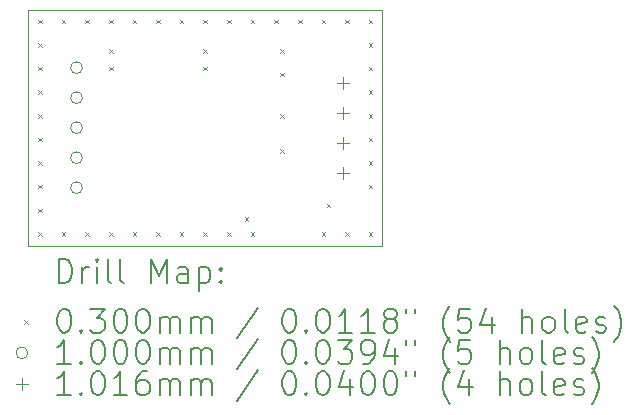
<source format=gbr>
%TF.GenerationSoftware,KiCad,Pcbnew,8.0.7*%
%TF.CreationDate,2025-01-24T14:27:28+01:00*%
%TF.ProjectId,GateDriverControlTransmitter,47617465-4472-4697-9665-72436f6e7472,rev?*%
%TF.SameCoordinates,Original*%
%TF.FileFunction,Drillmap*%
%TF.FilePolarity,Positive*%
%FSLAX45Y45*%
G04 Gerber Fmt 4.5, Leading zero omitted, Abs format (unit mm)*
G04 Created by KiCad (PCBNEW 8.0.7) date 2025-01-24 14:27:28*
%MOMM*%
%LPD*%
G01*
G04 APERTURE LIST*
%ADD10C,0.050000*%
%ADD11C,0.200000*%
%ADD12C,0.100000*%
%ADD13C,0.101600*%
G04 APERTURE END LIST*
D10*
X12100000Y-10001000D02*
X15100000Y-10001000D01*
X15100000Y-12001000D01*
X12100000Y-12001000D01*
X12100000Y-10001000D01*
D11*
D12*
X12185000Y-10085000D02*
X12215000Y-10115000D01*
X12215000Y-10085000D02*
X12185000Y-10115000D01*
X12185000Y-10285000D02*
X12215000Y-10315000D01*
X12215000Y-10285000D02*
X12185000Y-10315000D01*
X12185000Y-10485000D02*
X12215000Y-10515000D01*
X12215000Y-10485000D02*
X12185000Y-10515000D01*
X12185000Y-10685000D02*
X12215000Y-10715000D01*
X12215000Y-10685000D02*
X12185000Y-10715000D01*
X12185000Y-10885000D02*
X12215000Y-10915000D01*
X12215000Y-10885000D02*
X12185000Y-10915000D01*
X12185000Y-11085000D02*
X12215000Y-11115000D01*
X12215000Y-11085000D02*
X12185000Y-11115000D01*
X12185000Y-11285000D02*
X12215000Y-11315000D01*
X12215000Y-11285000D02*
X12185000Y-11315000D01*
X12185000Y-11485000D02*
X12215000Y-11515000D01*
X12215000Y-11485000D02*
X12185000Y-11515000D01*
X12185000Y-11685000D02*
X12215000Y-11715000D01*
X12215000Y-11685000D02*
X12185000Y-11715000D01*
X12185000Y-11885000D02*
X12215000Y-11915000D01*
X12215000Y-11885000D02*
X12185000Y-11915000D01*
X12385000Y-10085000D02*
X12415000Y-10115000D01*
X12415000Y-10085000D02*
X12385000Y-10115000D01*
X12385000Y-11885000D02*
X12415000Y-11915000D01*
X12415000Y-11885000D02*
X12385000Y-11915000D01*
X12585000Y-10085000D02*
X12615000Y-10115000D01*
X12615000Y-10085000D02*
X12585000Y-10115000D01*
X12585000Y-11885000D02*
X12615000Y-11915000D01*
X12615000Y-11885000D02*
X12585000Y-11915000D01*
X12785000Y-10085000D02*
X12815000Y-10115000D01*
X12815000Y-10085000D02*
X12785000Y-10115000D01*
X12785000Y-10335000D02*
X12815000Y-10365000D01*
X12815000Y-10335000D02*
X12785000Y-10365000D01*
X12785000Y-10485000D02*
X12815000Y-10515000D01*
X12815000Y-10485000D02*
X12785000Y-10515000D01*
X12785000Y-11885000D02*
X12815000Y-11915000D01*
X12815000Y-11885000D02*
X12785000Y-11915000D01*
X12985000Y-10085000D02*
X13015000Y-10115000D01*
X13015000Y-10085000D02*
X12985000Y-10115000D01*
X12985000Y-11885000D02*
X13015000Y-11915000D01*
X13015000Y-11885000D02*
X12985000Y-11915000D01*
X13185000Y-10085000D02*
X13215000Y-10115000D01*
X13215000Y-10085000D02*
X13185000Y-10115000D01*
X13185000Y-11885000D02*
X13215000Y-11915000D01*
X13215000Y-11885000D02*
X13185000Y-11915000D01*
X13385000Y-10085000D02*
X13415000Y-10115000D01*
X13415000Y-10085000D02*
X13385000Y-10115000D01*
X13385000Y-11885000D02*
X13415000Y-11915000D01*
X13415000Y-11885000D02*
X13385000Y-11915000D01*
X13585000Y-10085000D02*
X13615000Y-10115000D01*
X13615000Y-10085000D02*
X13585000Y-10115000D01*
X13585000Y-10335000D02*
X13615000Y-10365000D01*
X13615000Y-10335000D02*
X13585000Y-10365000D01*
X13585000Y-10485000D02*
X13615000Y-10515000D01*
X13615000Y-10485000D02*
X13585000Y-10515000D01*
X13585000Y-11885000D02*
X13615000Y-11915000D01*
X13615000Y-11885000D02*
X13585000Y-11915000D01*
X13785000Y-10085000D02*
X13815000Y-10115000D01*
X13815000Y-10085000D02*
X13785000Y-10115000D01*
X13785000Y-11885000D02*
X13815000Y-11915000D01*
X13815000Y-11885000D02*
X13785000Y-11915000D01*
X13935000Y-11758000D02*
X13965000Y-11788000D01*
X13965000Y-11758000D02*
X13935000Y-11788000D01*
X13985000Y-10085000D02*
X14015000Y-10115000D01*
X14015000Y-10085000D02*
X13985000Y-10115000D01*
X13985000Y-11885000D02*
X14015000Y-11915000D01*
X14015000Y-11885000D02*
X13985000Y-11915000D01*
X14185000Y-10085000D02*
X14215000Y-10115000D01*
X14215000Y-10085000D02*
X14185000Y-10115000D01*
X14235000Y-10335000D02*
X14265000Y-10365000D01*
X14265000Y-10335000D02*
X14235000Y-10365000D01*
X14235000Y-10535000D02*
X14265000Y-10565000D01*
X14265000Y-10535000D02*
X14235000Y-10565000D01*
X14235000Y-10885000D02*
X14265000Y-10915000D01*
X14265000Y-10885000D02*
X14235000Y-10915000D01*
X14235000Y-11185000D02*
X14265000Y-11215000D01*
X14265000Y-11185000D02*
X14235000Y-11215000D01*
X14385000Y-10085000D02*
X14415000Y-10115000D01*
X14415000Y-10085000D02*
X14385000Y-10115000D01*
X14585000Y-10085000D02*
X14615000Y-10115000D01*
X14615000Y-10085000D02*
X14585000Y-10115000D01*
X14585000Y-11885000D02*
X14615000Y-11915000D01*
X14615000Y-11885000D02*
X14585000Y-11915000D01*
X14630000Y-11645000D02*
X14660000Y-11675000D01*
X14660000Y-11645000D02*
X14630000Y-11675000D01*
X14785000Y-10085000D02*
X14815000Y-10115000D01*
X14815000Y-10085000D02*
X14785000Y-10115000D01*
X14785000Y-11885000D02*
X14815000Y-11915000D01*
X14815000Y-11885000D02*
X14785000Y-11915000D01*
X14985000Y-10085000D02*
X15015000Y-10115000D01*
X15015000Y-10085000D02*
X14985000Y-10115000D01*
X14985000Y-10285000D02*
X15015000Y-10315000D01*
X15015000Y-10285000D02*
X14985000Y-10315000D01*
X14985000Y-10485000D02*
X15015000Y-10515000D01*
X15015000Y-10485000D02*
X14985000Y-10515000D01*
X14985000Y-10685000D02*
X15015000Y-10715000D01*
X15015000Y-10685000D02*
X14985000Y-10715000D01*
X14985000Y-10885000D02*
X15015000Y-10915000D01*
X15015000Y-10885000D02*
X14985000Y-10915000D01*
X14985000Y-11085000D02*
X15015000Y-11115000D01*
X15015000Y-11085000D02*
X14985000Y-11115000D01*
X14985000Y-11285000D02*
X15015000Y-11315000D01*
X15015000Y-11285000D02*
X14985000Y-11315000D01*
X14985000Y-11485000D02*
X15015000Y-11515000D01*
X15015000Y-11485000D02*
X14985000Y-11515000D01*
X14985000Y-11885000D02*
X15015000Y-11915000D01*
X15015000Y-11885000D02*
X14985000Y-11915000D01*
X14985000Y-11885000D02*
X15015000Y-11915000D01*
X15015000Y-11885000D02*
X14985000Y-11915000D01*
X12560000Y-10491500D02*
G75*
G02*
X12460000Y-10491500I-50000J0D01*
G01*
X12460000Y-10491500D02*
G75*
G02*
X12560000Y-10491500I50000J0D01*
G01*
X12560000Y-10745500D02*
G75*
G02*
X12460000Y-10745500I-50000J0D01*
G01*
X12460000Y-10745500D02*
G75*
G02*
X12560000Y-10745500I50000J0D01*
G01*
X12560000Y-10999500D02*
G75*
G02*
X12460000Y-10999500I-50000J0D01*
G01*
X12460000Y-10999500D02*
G75*
G02*
X12560000Y-10999500I50000J0D01*
G01*
X12560000Y-11253500D02*
G75*
G02*
X12460000Y-11253500I-50000J0D01*
G01*
X12460000Y-11253500D02*
G75*
G02*
X12560000Y-11253500I50000J0D01*
G01*
X12560000Y-11507500D02*
G75*
G02*
X12460000Y-11507500I-50000J0D01*
G01*
X12460000Y-11507500D02*
G75*
G02*
X12560000Y-11507500I50000J0D01*
G01*
D13*
X14770000Y-10570200D02*
X14770000Y-10671800D01*
X14719200Y-10621000D02*
X14820800Y-10621000D01*
X14770000Y-10824200D02*
X14770000Y-10925800D01*
X14719200Y-10875000D02*
X14820800Y-10875000D01*
X14770000Y-11078200D02*
X14770000Y-11179800D01*
X14719200Y-11129000D02*
X14820800Y-11129000D01*
X14770000Y-11332200D02*
X14770000Y-11433800D01*
X14719200Y-11383000D02*
X14820800Y-11383000D01*
D11*
X12358277Y-12314984D02*
X12358277Y-12114984D01*
X12358277Y-12114984D02*
X12405896Y-12114984D01*
X12405896Y-12114984D02*
X12434467Y-12124508D01*
X12434467Y-12124508D02*
X12453515Y-12143555D01*
X12453515Y-12143555D02*
X12463039Y-12162603D01*
X12463039Y-12162603D02*
X12472562Y-12200698D01*
X12472562Y-12200698D02*
X12472562Y-12229269D01*
X12472562Y-12229269D02*
X12463039Y-12267365D01*
X12463039Y-12267365D02*
X12453515Y-12286412D01*
X12453515Y-12286412D02*
X12434467Y-12305460D01*
X12434467Y-12305460D02*
X12405896Y-12314984D01*
X12405896Y-12314984D02*
X12358277Y-12314984D01*
X12558277Y-12314984D02*
X12558277Y-12181650D01*
X12558277Y-12219746D02*
X12567801Y-12200698D01*
X12567801Y-12200698D02*
X12577324Y-12191174D01*
X12577324Y-12191174D02*
X12596372Y-12181650D01*
X12596372Y-12181650D02*
X12615420Y-12181650D01*
X12682086Y-12314984D02*
X12682086Y-12181650D01*
X12682086Y-12114984D02*
X12672562Y-12124508D01*
X12672562Y-12124508D02*
X12682086Y-12134031D01*
X12682086Y-12134031D02*
X12691610Y-12124508D01*
X12691610Y-12124508D02*
X12682086Y-12114984D01*
X12682086Y-12114984D02*
X12682086Y-12134031D01*
X12805896Y-12314984D02*
X12786848Y-12305460D01*
X12786848Y-12305460D02*
X12777324Y-12286412D01*
X12777324Y-12286412D02*
X12777324Y-12114984D01*
X12910658Y-12314984D02*
X12891610Y-12305460D01*
X12891610Y-12305460D02*
X12882086Y-12286412D01*
X12882086Y-12286412D02*
X12882086Y-12114984D01*
X13139229Y-12314984D02*
X13139229Y-12114984D01*
X13139229Y-12114984D02*
X13205896Y-12257841D01*
X13205896Y-12257841D02*
X13272562Y-12114984D01*
X13272562Y-12114984D02*
X13272562Y-12314984D01*
X13453515Y-12314984D02*
X13453515Y-12210222D01*
X13453515Y-12210222D02*
X13443991Y-12191174D01*
X13443991Y-12191174D02*
X13424943Y-12181650D01*
X13424943Y-12181650D02*
X13386848Y-12181650D01*
X13386848Y-12181650D02*
X13367801Y-12191174D01*
X13453515Y-12305460D02*
X13434467Y-12314984D01*
X13434467Y-12314984D02*
X13386848Y-12314984D01*
X13386848Y-12314984D02*
X13367801Y-12305460D01*
X13367801Y-12305460D02*
X13358277Y-12286412D01*
X13358277Y-12286412D02*
X13358277Y-12267365D01*
X13358277Y-12267365D02*
X13367801Y-12248317D01*
X13367801Y-12248317D02*
X13386848Y-12238793D01*
X13386848Y-12238793D02*
X13434467Y-12238793D01*
X13434467Y-12238793D02*
X13453515Y-12229269D01*
X13548753Y-12181650D02*
X13548753Y-12381650D01*
X13548753Y-12191174D02*
X13567801Y-12181650D01*
X13567801Y-12181650D02*
X13605896Y-12181650D01*
X13605896Y-12181650D02*
X13624943Y-12191174D01*
X13624943Y-12191174D02*
X13634467Y-12200698D01*
X13634467Y-12200698D02*
X13643991Y-12219746D01*
X13643991Y-12219746D02*
X13643991Y-12276888D01*
X13643991Y-12276888D02*
X13634467Y-12295936D01*
X13634467Y-12295936D02*
X13624943Y-12305460D01*
X13624943Y-12305460D02*
X13605896Y-12314984D01*
X13605896Y-12314984D02*
X13567801Y-12314984D01*
X13567801Y-12314984D02*
X13548753Y-12305460D01*
X13729705Y-12295936D02*
X13739229Y-12305460D01*
X13739229Y-12305460D02*
X13729705Y-12314984D01*
X13729705Y-12314984D02*
X13720182Y-12305460D01*
X13720182Y-12305460D02*
X13729705Y-12295936D01*
X13729705Y-12295936D02*
X13729705Y-12314984D01*
X13729705Y-12191174D02*
X13739229Y-12200698D01*
X13739229Y-12200698D02*
X13729705Y-12210222D01*
X13729705Y-12210222D02*
X13720182Y-12200698D01*
X13720182Y-12200698D02*
X13729705Y-12191174D01*
X13729705Y-12191174D02*
X13729705Y-12210222D01*
D12*
X12067500Y-12628500D02*
X12097500Y-12658500D01*
X12097500Y-12628500D02*
X12067500Y-12658500D01*
D11*
X12396372Y-12534984D02*
X12415420Y-12534984D01*
X12415420Y-12534984D02*
X12434467Y-12544508D01*
X12434467Y-12544508D02*
X12443991Y-12554031D01*
X12443991Y-12554031D02*
X12453515Y-12573079D01*
X12453515Y-12573079D02*
X12463039Y-12611174D01*
X12463039Y-12611174D02*
X12463039Y-12658793D01*
X12463039Y-12658793D02*
X12453515Y-12696888D01*
X12453515Y-12696888D02*
X12443991Y-12715936D01*
X12443991Y-12715936D02*
X12434467Y-12725460D01*
X12434467Y-12725460D02*
X12415420Y-12734984D01*
X12415420Y-12734984D02*
X12396372Y-12734984D01*
X12396372Y-12734984D02*
X12377324Y-12725460D01*
X12377324Y-12725460D02*
X12367801Y-12715936D01*
X12367801Y-12715936D02*
X12358277Y-12696888D01*
X12358277Y-12696888D02*
X12348753Y-12658793D01*
X12348753Y-12658793D02*
X12348753Y-12611174D01*
X12348753Y-12611174D02*
X12358277Y-12573079D01*
X12358277Y-12573079D02*
X12367801Y-12554031D01*
X12367801Y-12554031D02*
X12377324Y-12544508D01*
X12377324Y-12544508D02*
X12396372Y-12534984D01*
X12548753Y-12715936D02*
X12558277Y-12725460D01*
X12558277Y-12725460D02*
X12548753Y-12734984D01*
X12548753Y-12734984D02*
X12539229Y-12725460D01*
X12539229Y-12725460D02*
X12548753Y-12715936D01*
X12548753Y-12715936D02*
X12548753Y-12734984D01*
X12624943Y-12534984D02*
X12748753Y-12534984D01*
X12748753Y-12534984D02*
X12682086Y-12611174D01*
X12682086Y-12611174D02*
X12710658Y-12611174D01*
X12710658Y-12611174D02*
X12729705Y-12620698D01*
X12729705Y-12620698D02*
X12739229Y-12630222D01*
X12739229Y-12630222D02*
X12748753Y-12649269D01*
X12748753Y-12649269D02*
X12748753Y-12696888D01*
X12748753Y-12696888D02*
X12739229Y-12715936D01*
X12739229Y-12715936D02*
X12729705Y-12725460D01*
X12729705Y-12725460D02*
X12710658Y-12734984D01*
X12710658Y-12734984D02*
X12653515Y-12734984D01*
X12653515Y-12734984D02*
X12634467Y-12725460D01*
X12634467Y-12725460D02*
X12624943Y-12715936D01*
X12872562Y-12534984D02*
X12891610Y-12534984D01*
X12891610Y-12534984D02*
X12910658Y-12544508D01*
X12910658Y-12544508D02*
X12920182Y-12554031D01*
X12920182Y-12554031D02*
X12929705Y-12573079D01*
X12929705Y-12573079D02*
X12939229Y-12611174D01*
X12939229Y-12611174D02*
X12939229Y-12658793D01*
X12939229Y-12658793D02*
X12929705Y-12696888D01*
X12929705Y-12696888D02*
X12920182Y-12715936D01*
X12920182Y-12715936D02*
X12910658Y-12725460D01*
X12910658Y-12725460D02*
X12891610Y-12734984D01*
X12891610Y-12734984D02*
X12872562Y-12734984D01*
X12872562Y-12734984D02*
X12853515Y-12725460D01*
X12853515Y-12725460D02*
X12843991Y-12715936D01*
X12843991Y-12715936D02*
X12834467Y-12696888D01*
X12834467Y-12696888D02*
X12824943Y-12658793D01*
X12824943Y-12658793D02*
X12824943Y-12611174D01*
X12824943Y-12611174D02*
X12834467Y-12573079D01*
X12834467Y-12573079D02*
X12843991Y-12554031D01*
X12843991Y-12554031D02*
X12853515Y-12544508D01*
X12853515Y-12544508D02*
X12872562Y-12534984D01*
X13063039Y-12534984D02*
X13082086Y-12534984D01*
X13082086Y-12534984D02*
X13101134Y-12544508D01*
X13101134Y-12544508D02*
X13110658Y-12554031D01*
X13110658Y-12554031D02*
X13120182Y-12573079D01*
X13120182Y-12573079D02*
X13129705Y-12611174D01*
X13129705Y-12611174D02*
X13129705Y-12658793D01*
X13129705Y-12658793D02*
X13120182Y-12696888D01*
X13120182Y-12696888D02*
X13110658Y-12715936D01*
X13110658Y-12715936D02*
X13101134Y-12725460D01*
X13101134Y-12725460D02*
X13082086Y-12734984D01*
X13082086Y-12734984D02*
X13063039Y-12734984D01*
X13063039Y-12734984D02*
X13043991Y-12725460D01*
X13043991Y-12725460D02*
X13034467Y-12715936D01*
X13034467Y-12715936D02*
X13024943Y-12696888D01*
X13024943Y-12696888D02*
X13015420Y-12658793D01*
X13015420Y-12658793D02*
X13015420Y-12611174D01*
X13015420Y-12611174D02*
X13024943Y-12573079D01*
X13024943Y-12573079D02*
X13034467Y-12554031D01*
X13034467Y-12554031D02*
X13043991Y-12544508D01*
X13043991Y-12544508D02*
X13063039Y-12534984D01*
X13215420Y-12734984D02*
X13215420Y-12601650D01*
X13215420Y-12620698D02*
X13224943Y-12611174D01*
X13224943Y-12611174D02*
X13243991Y-12601650D01*
X13243991Y-12601650D02*
X13272563Y-12601650D01*
X13272563Y-12601650D02*
X13291610Y-12611174D01*
X13291610Y-12611174D02*
X13301134Y-12630222D01*
X13301134Y-12630222D02*
X13301134Y-12734984D01*
X13301134Y-12630222D02*
X13310658Y-12611174D01*
X13310658Y-12611174D02*
X13329705Y-12601650D01*
X13329705Y-12601650D02*
X13358277Y-12601650D01*
X13358277Y-12601650D02*
X13377324Y-12611174D01*
X13377324Y-12611174D02*
X13386848Y-12630222D01*
X13386848Y-12630222D02*
X13386848Y-12734984D01*
X13482086Y-12734984D02*
X13482086Y-12601650D01*
X13482086Y-12620698D02*
X13491610Y-12611174D01*
X13491610Y-12611174D02*
X13510658Y-12601650D01*
X13510658Y-12601650D02*
X13539229Y-12601650D01*
X13539229Y-12601650D02*
X13558277Y-12611174D01*
X13558277Y-12611174D02*
X13567801Y-12630222D01*
X13567801Y-12630222D02*
X13567801Y-12734984D01*
X13567801Y-12630222D02*
X13577324Y-12611174D01*
X13577324Y-12611174D02*
X13596372Y-12601650D01*
X13596372Y-12601650D02*
X13624943Y-12601650D01*
X13624943Y-12601650D02*
X13643991Y-12611174D01*
X13643991Y-12611174D02*
X13653515Y-12630222D01*
X13653515Y-12630222D02*
X13653515Y-12734984D01*
X14043991Y-12525460D02*
X13872563Y-12782603D01*
X14301134Y-12534984D02*
X14320182Y-12534984D01*
X14320182Y-12534984D02*
X14339229Y-12544508D01*
X14339229Y-12544508D02*
X14348753Y-12554031D01*
X14348753Y-12554031D02*
X14358277Y-12573079D01*
X14358277Y-12573079D02*
X14367801Y-12611174D01*
X14367801Y-12611174D02*
X14367801Y-12658793D01*
X14367801Y-12658793D02*
X14358277Y-12696888D01*
X14358277Y-12696888D02*
X14348753Y-12715936D01*
X14348753Y-12715936D02*
X14339229Y-12725460D01*
X14339229Y-12725460D02*
X14320182Y-12734984D01*
X14320182Y-12734984D02*
X14301134Y-12734984D01*
X14301134Y-12734984D02*
X14282086Y-12725460D01*
X14282086Y-12725460D02*
X14272563Y-12715936D01*
X14272563Y-12715936D02*
X14263039Y-12696888D01*
X14263039Y-12696888D02*
X14253515Y-12658793D01*
X14253515Y-12658793D02*
X14253515Y-12611174D01*
X14253515Y-12611174D02*
X14263039Y-12573079D01*
X14263039Y-12573079D02*
X14272563Y-12554031D01*
X14272563Y-12554031D02*
X14282086Y-12544508D01*
X14282086Y-12544508D02*
X14301134Y-12534984D01*
X14453515Y-12715936D02*
X14463039Y-12725460D01*
X14463039Y-12725460D02*
X14453515Y-12734984D01*
X14453515Y-12734984D02*
X14443991Y-12725460D01*
X14443991Y-12725460D02*
X14453515Y-12715936D01*
X14453515Y-12715936D02*
X14453515Y-12734984D01*
X14586848Y-12534984D02*
X14605896Y-12534984D01*
X14605896Y-12534984D02*
X14624944Y-12544508D01*
X14624944Y-12544508D02*
X14634467Y-12554031D01*
X14634467Y-12554031D02*
X14643991Y-12573079D01*
X14643991Y-12573079D02*
X14653515Y-12611174D01*
X14653515Y-12611174D02*
X14653515Y-12658793D01*
X14653515Y-12658793D02*
X14643991Y-12696888D01*
X14643991Y-12696888D02*
X14634467Y-12715936D01*
X14634467Y-12715936D02*
X14624944Y-12725460D01*
X14624944Y-12725460D02*
X14605896Y-12734984D01*
X14605896Y-12734984D02*
X14586848Y-12734984D01*
X14586848Y-12734984D02*
X14567801Y-12725460D01*
X14567801Y-12725460D02*
X14558277Y-12715936D01*
X14558277Y-12715936D02*
X14548753Y-12696888D01*
X14548753Y-12696888D02*
X14539229Y-12658793D01*
X14539229Y-12658793D02*
X14539229Y-12611174D01*
X14539229Y-12611174D02*
X14548753Y-12573079D01*
X14548753Y-12573079D02*
X14558277Y-12554031D01*
X14558277Y-12554031D02*
X14567801Y-12544508D01*
X14567801Y-12544508D02*
X14586848Y-12534984D01*
X14843991Y-12734984D02*
X14729706Y-12734984D01*
X14786848Y-12734984D02*
X14786848Y-12534984D01*
X14786848Y-12534984D02*
X14767801Y-12563555D01*
X14767801Y-12563555D02*
X14748753Y-12582603D01*
X14748753Y-12582603D02*
X14729706Y-12592127D01*
X15034467Y-12734984D02*
X14920182Y-12734984D01*
X14977325Y-12734984D02*
X14977325Y-12534984D01*
X14977325Y-12534984D02*
X14958277Y-12563555D01*
X14958277Y-12563555D02*
X14939229Y-12582603D01*
X14939229Y-12582603D02*
X14920182Y-12592127D01*
X15148753Y-12620698D02*
X15129706Y-12611174D01*
X15129706Y-12611174D02*
X15120182Y-12601650D01*
X15120182Y-12601650D02*
X15110658Y-12582603D01*
X15110658Y-12582603D02*
X15110658Y-12573079D01*
X15110658Y-12573079D02*
X15120182Y-12554031D01*
X15120182Y-12554031D02*
X15129706Y-12544508D01*
X15129706Y-12544508D02*
X15148753Y-12534984D01*
X15148753Y-12534984D02*
X15186848Y-12534984D01*
X15186848Y-12534984D02*
X15205896Y-12544508D01*
X15205896Y-12544508D02*
X15215420Y-12554031D01*
X15215420Y-12554031D02*
X15224944Y-12573079D01*
X15224944Y-12573079D02*
X15224944Y-12582603D01*
X15224944Y-12582603D02*
X15215420Y-12601650D01*
X15215420Y-12601650D02*
X15205896Y-12611174D01*
X15205896Y-12611174D02*
X15186848Y-12620698D01*
X15186848Y-12620698D02*
X15148753Y-12620698D01*
X15148753Y-12620698D02*
X15129706Y-12630222D01*
X15129706Y-12630222D02*
X15120182Y-12639746D01*
X15120182Y-12639746D02*
X15110658Y-12658793D01*
X15110658Y-12658793D02*
X15110658Y-12696888D01*
X15110658Y-12696888D02*
X15120182Y-12715936D01*
X15120182Y-12715936D02*
X15129706Y-12725460D01*
X15129706Y-12725460D02*
X15148753Y-12734984D01*
X15148753Y-12734984D02*
X15186848Y-12734984D01*
X15186848Y-12734984D02*
X15205896Y-12725460D01*
X15205896Y-12725460D02*
X15215420Y-12715936D01*
X15215420Y-12715936D02*
X15224944Y-12696888D01*
X15224944Y-12696888D02*
X15224944Y-12658793D01*
X15224944Y-12658793D02*
X15215420Y-12639746D01*
X15215420Y-12639746D02*
X15205896Y-12630222D01*
X15205896Y-12630222D02*
X15186848Y-12620698D01*
X15301134Y-12534984D02*
X15301134Y-12573079D01*
X15377325Y-12534984D02*
X15377325Y-12573079D01*
X15672563Y-12811174D02*
X15663039Y-12801650D01*
X15663039Y-12801650D02*
X15643991Y-12773079D01*
X15643991Y-12773079D02*
X15634468Y-12754031D01*
X15634468Y-12754031D02*
X15624944Y-12725460D01*
X15624944Y-12725460D02*
X15615420Y-12677841D01*
X15615420Y-12677841D02*
X15615420Y-12639746D01*
X15615420Y-12639746D02*
X15624944Y-12592127D01*
X15624944Y-12592127D02*
X15634468Y-12563555D01*
X15634468Y-12563555D02*
X15643991Y-12544508D01*
X15643991Y-12544508D02*
X15663039Y-12515936D01*
X15663039Y-12515936D02*
X15672563Y-12506412D01*
X15843991Y-12534984D02*
X15748753Y-12534984D01*
X15748753Y-12534984D02*
X15739229Y-12630222D01*
X15739229Y-12630222D02*
X15748753Y-12620698D01*
X15748753Y-12620698D02*
X15767801Y-12611174D01*
X15767801Y-12611174D02*
X15815420Y-12611174D01*
X15815420Y-12611174D02*
X15834468Y-12620698D01*
X15834468Y-12620698D02*
X15843991Y-12630222D01*
X15843991Y-12630222D02*
X15853515Y-12649269D01*
X15853515Y-12649269D02*
X15853515Y-12696888D01*
X15853515Y-12696888D02*
X15843991Y-12715936D01*
X15843991Y-12715936D02*
X15834468Y-12725460D01*
X15834468Y-12725460D02*
X15815420Y-12734984D01*
X15815420Y-12734984D02*
X15767801Y-12734984D01*
X15767801Y-12734984D02*
X15748753Y-12725460D01*
X15748753Y-12725460D02*
X15739229Y-12715936D01*
X16024944Y-12601650D02*
X16024944Y-12734984D01*
X15977325Y-12525460D02*
X15929706Y-12668317D01*
X15929706Y-12668317D02*
X16053515Y-12668317D01*
X16282087Y-12734984D02*
X16282087Y-12534984D01*
X16367801Y-12734984D02*
X16367801Y-12630222D01*
X16367801Y-12630222D02*
X16358277Y-12611174D01*
X16358277Y-12611174D02*
X16339230Y-12601650D01*
X16339230Y-12601650D02*
X16310658Y-12601650D01*
X16310658Y-12601650D02*
X16291610Y-12611174D01*
X16291610Y-12611174D02*
X16282087Y-12620698D01*
X16491610Y-12734984D02*
X16472563Y-12725460D01*
X16472563Y-12725460D02*
X16463039Y-12715936D01*
X16463039Y-12715936D02*
X16453515Y-12696888D01*
X16453515Y-12696888D02*
X16453515Y-12639746D01*
X16453515Y-12639746D02*
X16463039Y-12620698D01*
X16463039Y-12620698D02*
X16472563Y-12611174D01*
X16472563Y-12611174D02*
X16491610Y-12601650D01*
X16491610Y-12601650D02*
X16520182Y-12601650D01*
X16520182Y-12601650D02*
X16539230Y-12611174D01*
X16539230Y-12611174D02*
X16548753Y-12620698D01*
X16548753Y-12620698D02*
X16558277Y-12639746D01*
X16558277Y-12639746D02*
X16558277Y-12696888D01*
X16558277Y-12696888D02*
X16548753Y-12715936D01*
X16548753Y-12715936D02*
X16539230Y-12725460D01*
X16539230Y-12725460D02*
X16520182Y-12734984D01*
X16520182Y-12734984D02*
X16491610Y-12734984D01*
X16672563Y-12734984D02*
X16653515Y-12725460D01*
X16653515Y-12725460D02*
X16643991Y-12706412D01*
X16643991Y-12706412D02*
X16643991Y-12534984D01*
X16824944Y-12725460D02*
X16805896Y-12734984D01*
X16805896Y-12734984D02*
X16767801Y-12734984D01*
X16767801Y-12734984D02*
X16748753Y-12725460D01*
X16748753Y-12725460D02*
X16739230Y-12706412D01*
X16739230Y-12706412D02*
X16739230Y-12630222D01*
X16739230Y-12630222D02*
X16748753Y-12611174D01*
X16748753Y-12611174D02*
X16767801Y-12601650D01*
X16767801Y-12601650D02*
X16805896Y-12601650D01*
X16805896Y-12601650D02*
X16824944Y-12611174D01*
X16824944Y-12611174D02*
X16834468Y-12630222D01*
X16834468Y-12630222D02*
X16834468Y-12649269D01*
X16834468Y-12649269D02*
X16739230Y-12668317D01*
X16910658Y-12725460D02*
X16929706Y-12734984D01*
X16929706Y-12734984D02*
X16967801Y-12734984D01*
X16967801Y-12734984D02*
X16986849Y-12725460D01*
X16986849Y-12725460D02*
X16996373Y-12706412D01*
X16996373Y-12706412D02*
X16996373Y-12696888D01*
X16996373Y-12696888D02*
X16986849Y-12677841D01*
X16986849Y-12677841D02*
X16967801Y-12668317D01*
X16967801Y-12668317D02*
X16939230Y-12668317D01*
X16939230Y-12668317D02*
X16920182Y-12658793D01*
X16920182Y-12658793D02*
X16910658Y-12639746D01*
X16910658Y-12639746D02*
X16910658Y-12630222D01*
X16910658Y-12630222D02*
X16920182Y-12611174D01*
X16920182Y-12611174D02*
X16939230Y-12601650D01*
X16939230Y-12601650D02*
X16967801Y-12601650D01*
X16967801Y-12601650D02*
X16986849Y-12611174D01*
X17063039Y-12811174D02*
X17072563Y-12801650D01*
X17072563Y-12801650D02*
X17091611Y-12773079D01*
X17091611Y-12773079D02*
X17101134Y-12754031D01*
X17101134Y-12754031D02*
X17110658Y-12725460D01*
X17110658Y-12725460D02*
X17120182Y-12677841D01*
X17120182Y-12677841D02*
X17120182Y-12639746D01*
X17120182Y-12639746D02*
X17110658Y-12592127D01*
X17110658Y-12592127D02*
X17101134Y-12563555D01*
X17101134Y-12563555D02*
X17091611Y-12544508D01*
X17091611Y-12544508D02*
X17072563Y-12515936D01*
X17072563Y-12515936D02*
X17063039Y-12506412D01*
D12*
X12097500Y-12907500D02*
G75*
G02*
X11997500Y-12907500I-50000J0D01*
G01*
X11997500Y-12907500D02*
G75*
G02*
X12097500Y-12907500I50000J0D01*
G01*
D11*
X12463039Y-12998984D02*
X12348753Y-12998984D01*
X12405896Y-12998984D02*
X12405896Y-12798984D01*
X12405896Y-12798984D02*
X12386848Y-12827555D01*
X12386848Y-12827555D02*
X12367801Y-12846603D01*
X12367801Y-12846603D02*
X12348753Y-12856127D01*
X12548753Y-12979936D02*
X12558277Y-12989460D01*
X12558277Y-12989460D02*
X12548753Y-12998984D01*
X12548753Y-12998984D02*
X12539229Y-12989460D01*
X12539229Y-12989460D02*
X12548753Y-12979936D01*
X12548753Y-12979936D02*
X12548753Y-12998984D01*
X12682086Y-12798984D02*
X12701134Y-12798984D01*
X12701134Y-12798984D02*
X12720182Y-12808508D01*
X12720182Y-12808508D02*
X12729705Y-12818031D01*
X12729705Y-12818031D02*
X12739229Y-12837079D01*
X12739229Y-12837079D02*
X12748753Y-12875174D01*
X12748753Y-12875174D02*
X12748753Y-12922793D01*
X12748753Y-12922793D02*
X12739229Y-12960888D01*
X12739229Y-12960888D02*
X12729705Y-12979936D01*
X12729705Y-12979936D02*
X12720182Y-12989460D01*
X12720182Y-12989460D02*
X12701134Y-12998984D01*
X12701134Y-12998984D02*
X12682086Y-12998984D01*
X12682086Y-12998984D02*
X12663039Y-12989460D01*
X12663039Y-12989460D02*
X12653515Y-12979936D01*
X12653515Y-12979936D02*
X12643991Y-12960888D01*
X12643991Y-12960888D02*
X12634467Y-12922793D01*
X12634467Y-12922793D02*
X12634467Y-12875174D01*
X12634467Y-12875174D02*
X12643991Y-12837079D01*
X12643991Y-12837079D02*
X12653515Y-12818031D01*
X12653515Y-12818031D02*
X12663039Y-12808508D01*
X12663039Y-12808508D02*
X12682086Y-12798984D01*
X12872562Y-12798984D02*
X12891610Y-12798984D01*
X12891610Y-12798984D02*
X12910658Y-12808508D01*
X12910658Y-12808508D02*
X12920182Y-12818031D01*
X12920182Y-12818031D02*
X12929705Y-12837079D01*
X12929705Y-12837079D02*
X12939229Y-12875174D01*
X12939229Y-12875174D02*
X12939229Y-12922793D01*
X12939229Y-12922793D02*
X12929705Y-12960888D01*
X12929705Y-12960888D02*
X12920182Y-12979936D01*
X12920182Y-12979936D02*
X12910658Y-12989460D01*
X12910658Y-12989460D02*
X12891610Y-12998984D01*
X12891610Y-12998984D02*
X12872562Y-12998984D01*
X12872562Y-12998984D02*
X12853515Y-12989460D01*
X12853515Y-12989460D02*
X12843991Y-12979936D01*
X12843991Y-12979936D02*
X12834467Y-12960888D01*
X12834467Y-12960888D02*
X12824943Y-12922793D01*
X12824943Y-12922793D02*
X12824943Y-12875174D01*
X12824943Y-12875174D02*
X12834467Y-12837079D01*
X12834467Y-12837079D02*
X12843991Y-12818031D01*
X12843991Y-12818031D02*
X12853515Y-12808508D01*
X12853515Y-12808508D02*
X12872562Y-12798984D01*
X13063039Y-12798984D02*
X13082086Y-12798984D01*
X13082086Y-12798984D02*
X13101134Y-12808508D01*
X13101134Y-12808508D02*
X13110658Y-12818031D01*
X13110658Y-12818031D02*
X13120182Y-12837079D01*
X13120182Y-12837079D02*
X13129705Y-12875174D01*
X13129705Y-12875174D02*
X13129705Y-12922793D01*
X13129705Y-12922793D02*
X13120182Y-12960888D01*
X13120182Y-12960888D02*
X13110658Y-12979936D01*
X13110658Y-12979936D02*
X13101134Y-12989460D01*
X13101134Y-12989460D02*
X13082086Y-12998984D01*
X13082086Y-12998984D02*
X13063039Y-12998984D01*
X13063039Y-12998984D02*
X13043991Y-12989460D01*
X13043991Y-12989460D02*
X13034467Y-12979936D01*
X13034467Y-12979936D02*
X13024943Y-12960888D01*
X13024943Y-12960888D02*
X13015420Y-12922793D01*
X13015420Y-12922793D02*
X13015420Y-12875174D01*
X13015420Y-12875174D02*
X13024943Y-12837079D01*
X13024943Y-12837079D02*
X13034467Y-12818031D01*
X13034467Y-12818031D02*
X13043991Y-12808508D01*
X13043991Y-12808508D02*
X13063039Y-12798984D01*
X13215420Y-12998984D02*
X13215420Y-12865650D01*
X13215420Y-12884698D02*
X13224943Y-12875174D01*
X13224943Y-12875174D02*
X13243991Y-12865650D01*
X13243991Y-12865650D02*
X13272563Y-12865650D01*
X13272563Y-12865650D02*
X13291610Y-12875174D01*
X13291610Y-12875174D02*
X13301134Y-12894222D01*
X13301134Y-12894222D02*
X13301134Y-12998984D01*
X13301134Y-12894222D02*
X13310658Y-12875174D01*
X13310658Y-12875174D02*
X13329705Y-12865650D01*
X13329705Y-12865650D02*
X13358277Y-12865650D01*
X13358277Y-12865650D02*
X13377324Y-12875174D01*
X13377324Y-12875174D02*
X13386848Y-12894222D01*
X13386848Y-12894222D02*
X13386848Y-12998984D01*
X13482086Y-12998984D02*
X13482086Y-12865650D01*
X13482086Y-12884698D02*
X13491610Y-12875174D01*
X13491610Y-12875174D02*
X13510658Y-12865650D01*
X13510658Y-12865650D02*
X13539229Y-12865650D01*
X13539229Y-12865650D02*
X13558277Y-12875174D01*
X13558277Y-12875174D02*
X13567801Y-12894222D01*
X13567801Y-12894222D02*
X13567801Y-12998984D01*
X13567801Y-12894222D02*
X13577324Y-12875174D01*
X13577324Y-12875174D02*
X13596372Y-12865650D01*
X13596372Y-12865650D02*
X13624943Y-12865650D01*
X13624943Y-12865650D02*
X13643991Y-12875174D01*
X13643991Y-12875174D02*
X13653515Y-12894222D01*
X13653515Y-12894222D02*
X13653515Y-12998984D01*
X14043991Y-12789460D02*
X13872563Y-13046603D01*
X14301134Y-12798984D02*
X14320182Y-12798984D01*
X14320182Y-12798984D02*
X14339229Y-12808508D01*
X14339229Y-12808508D02*
X14348753Y-12818031D01*
X14348753Y-12818031D02*
X14358277Y-12837079D01*
X14358277Y-12837079D02*
X14367801Y-12875174D01*
X14367801Y-12875174D02*
X14367801Y-12922793D01*
X14367801Y-12922793D02*
X14358277Y-12960888D01*
X14358277Y-12960888D02*
X14348753Y-12979936D01*
X14348753Y-12979936D02*
X14339229Y-12989460D01*
X14339229Y-12989460D02*
X14320182Y-12998984D01*
X14320182Y-12998984D02*
X14301134Y-12998984D01*
X14301134Y-12998984D02*
X14282086Y-12989460D01*
X14282086Y-12989460D02*
X14272563Y-12979936D01*
X14272563Y-12979936D02*
X14263039Y-12960888D01*
X14263039Y-12960888D02*
X14253515Y-12922793D01*
X14253515Y-12922793D02*
X14253515Y-12875174D01*
X14253515Y-12875174D02*
X14263039Y-12837079D01*
X14263039Y-12837079D02*
X14272563Y-12818031D01*
X14272563Y-12818031D02*
X14282086Y-12808508D01*
X14282086Y-12808508D02*
X14301134Y-12798984D01*
X14453515Y-12979936D02*
X14463039Y-12989460D01*
X14463039Y-12989460D02*
X14453515Y-12998984D01*
X14453515Y-12998984D02*
X14443991Y-12989460D01*
X14443991Y-12989460D02*
X14453515Y-12979936D01*
X14453515Y-12979936D02*
X14453515Y-12998984D01*
X14586848Y-12798984D02*
X14605896Y-12798984D01*
X14605896Y-12798984D02*
X14624944Y-12808508D01*
X14624944Y-12808508D02*
X14634467Y-12818031D01*
X14634467Y-12818031D02*
X14643991Y-12837079D01*
X14643991Y-12837079D02*
X14653515Y-12875174D01*
X14653515Y-12875174D02*
X14653515Y-12922793D01*
X14653515Y-12922793D02*
X14643991Y-12960888D01*
X14643991Y-12960888D02*
X14634467Y-12979936D01*
X14634467Y-12979936D02*
X14624944Y-12989460D01*
X14624944Y-12989460D02*
X14605896Y-12998984D01*
X14605896Y-12998984D02*
X14586848Y-12998984D01*
X14586848Y-12998984D02*
X14567801Y-12989460D01*
X14567801Y-12989460D02*
X14558277Y-12979936D01*
X14558277Y-12979936D02*
X14548753Y-12960888D01*
X14548753Y-12960888D02*
X14539229Y-12922793D01*
X14539229Y-12922793D02*
X14539229Y-12875174D01*
X14539229Y-12875174D02*
X14548753Y-12837079D01*
X14548753Y-12837079D02*
X14558277Y-12818031D01*
X14558277Y-12818031D02*
X14567801Y-12808508D01*
X14567801Y-12808508D02*
X14586848Y-12798984D01*
X14720182Y-12798984D02*
X14843991Y-12798984D01*
X14843991Y-12798984D02*
X14777325Y-12875174D01*
X14777325Y-12875174D02*
X14805896Y-12875174D01*
X14805896Y-12875174D02*
X14824944Y-12884698D01*
X14824944Y-12884698D02*
X14834467Y-12894222D01*
X14834467Y-12894222D02*
X14843991Y-12913269D01*
X14843991Y-12913269D02*
X14843991Y-12960888D01*
X14843991Y-12960888D02*
X14834467Y-12979936D01*
X14834467Y-12979936D02*
X14824944Y-12989460D01*
X14824944Y-12989460D02*
X14805896Y-12998984D01*
X14805896Y-12998984D02*
X14748753Y-12998984D01*
X14748753Y-12998984D02*
X14729706Y-12989460D01*
X14729706Y-12989460D02*
X14720182Y-12979936D01*
X14939229Y-12998984D02*
X14977325Y-12998984D01*
X14977325Y-12998984D02*
X14996372Y-12989460D01*
X14996372Y-12989460D02*
X15005896Y-12979936D01*
X15005896Y-12979936D02*
X15024944Y-12951365D01*
X15024944Y-12951365D02*
X15034467Y-12913269D01*
X15034467Y-12913269D02*
X15034467Y-12837079D01*
X15034467Y-12837079D02*
X15024944Y-12818031D01*
X15024944Y-12818031D02*
X15015420Y-12808508D01*
X15015420Y-12808508D02*
X14996372Y-12798984D01*
X14996372Y-12798984D02*
X14958277Y-12798984D01*
X14958277Y-12798984D02*
X14939229Y-12808508D01*
X14939229Y-12808508D02*
X14929706Y-12818031D01*
X14929706Y-12818031D02*
X14920182Y-12837079D01*
X14920182Y-12837079D02*
X14920182Y-12884698D01*
X14920182Y-12884698D02*
X14929706Y-12903746D01*
X14929706Y-12903746D02*
X14939229Y-12913269D01*
X14939229Y-12913269D02*
X14958277Y-12922793D01*
X14958277Y-12922793D02*
X14996372Y-12922793D01*
X14996372Y-12922793D02*
X15015420Y-12913269D01*
X15015420Y-12913269D02*
X15024944Y-12903746D01*
X15024944Y-12903746D02*
X15034467Y-12884698D01*
X15205896Y-12865650D02*
X15205896Y-12998984D01*
X15158277Y-12789460D02*
X15110658Y-12932317D01*
X15110658Y-12932317D02*
X15234467Y-12932317D01*
X15301134Y-12798984D02*
X15301134Y-12837079D01*
X15377325Y-12798984D02*
X15377325Y-12837079D01*
X15672563Y-13075174D02*
X15663039Y-13065650D01*
X15663039Y-13065650D02*
X15643991Y-13037079D01*
X15643991Y-13037079D02*
X15634468Y-13018031D01*
X15634468Y-13018031D02*
X15624944Y-12989460D01*
X15624944Y-12989460D02*
X15615420Y-12941841D01*
X15615420Y-12941841D02*
X15615420Y-12903746D01*
X15615420Y-12903746D02*
X15624944Y-12856127D01*
X15624944Y-12856127D02*
X15634468Y-12827555D01*
X15634468Y-12827555D02*
X15643991Y-12808508D01*
X15643991Y-12808508D02*
X15663039Y-12779936D01*
X15663039Y-12779936D02*
X15672563Y-12770412D01*
X15843991Y-12798984D02*
X15748753Y-12798984D01*
X15748753Y-12798984D02*
X15739229Y-12894222D01*
X15739229Y-12894222D02*
X15748753Y-12884698D01*
X15748753Y-12884698D02*
X15767801Y-12875174D01*
X15767801Y-12875174D02*
X15815420Y-12875174D01*
X15815420Y-12875174D02*
X15834468Y-12884698D01*
X15834468Y-12884698D02*
X15843991Y-12894222D01*
X15843991Y-12894222D02*
X15853515Y-12913269D01*
X15853515Y-12913269D02*
X15853515Y-12960888D01*
X15853515Y-12960888D02*
X15843991Y-12979936D01*
X15843991Y-12979936D02*
X15834468Y-12989460D01*
X15834468Y-12989460D02*
X15815420Y-12998984D01*
X15815420Y-12998984D02*
X15767801Y-12998984D01*
X15767801Y-12998984D02*
X15748753Y-12989460D01*
X15748753Y-12989460D02*
X15739229Y-12979936D01*
X16091610Y-12998984D02*
X16091610Y-12798984D01*
X16177325Y-12998984D02*
X16177325Y-12894222D01*
X16177325Y-12894222D02*
X16167801Y-12875174D01*
X16167801Y-12875174D02*
X16148753Y-12865650D01*
X16148753Y-12865650D02*
X16120182Y-12865650D01*
X16120182Y-12865650D02*
X16101134Y-12875174D01*
X16101134Y-12875174D02*
X16091610Y-12884698D01*
X16301134Y-12998984D02*
X16282087Y-12989460D01*
X16282087Y-12989460D02*
X16272563Y-12979936D01*
X16272563Y-12979936D02*
X16263039Y-12960888D01*
X16263039Y-12960888D02*
X16263039Y-12903746D01*
X16263039Y-12903746D02*
X16272563Y-12884698D01*
X16272563Y-12884698D02*
X16282087Y-12875174D01*
X16282087Y-12875174D02*
X16301134Y-12865650D01*
X16301134Y-12865650D02*
X16329706Y-12865650D01*
X16329706Y-12865650D02*
X16348753Y-12875174D01*
X16348753Y-12875174D02*
X16358277Y-12884698D01*
X16358277Y-12884698D02*
X16367801Y-12903746D01*
X16367801Y-12903746D02*
X16367801Y-12960888D01*
X16367801Y-12960888D02*
X16358277Y-12979936D01*
X16358277Y-12979936D02*
X16348753Y-12989460D01*
X16348753Y-12989460D02*
X16329706Y-12998984D01*
X16329706Y-12998984D02*
X16301134Y-12998984D01*
X16482087Y-12998984D02*
X16463039Y-12989460D01*
X16463039Y-12989460D02*
X16453515Y-12970412D01*
X16453515Y-12970412D02*
X16453515Y-12798984D01*
X16634468Y-12989460D02*
X16615420Y-12998984D01*
X16615420Y-12998984D02*
X16577325Y-12998984D01*
X16577325Y-12998984D02*
X16558277Y-12989460D01*
X16558277Y-12989460D02*
X16548753Y-12970412D01*
X16548753Y-12970412D02*
X16548753Y-12894222D01*
X16548753Y-12894222D02*
X16558277Y-12875174D01*
X16558277Y-12875174D02*
X16577325Y-12865650D01*
X16577325Y-12865650D02*
X16615420Y-12865650D01*
X16615420Y-12865650D02*
X16634468Y-12875174D01*
X16634468Y-12875174D02*
X16643991Y-12894222D01*
X16643991Y-12894222D02*
X16643991Y-12913269D01*
X16643991Y-12913269D02*
X16548753Y-12932317D01*
X16720182Y-12989460D02*
X16739230Y-12998984D01*
X16739230Y-12998984D02*
X16777325Y-12998984D01*
X16777325Y-12998984D02*
X16796373Y-12989460D01*
X16796373Y-12989460D02*
X16805896Y-12970412D01*
X16805896Y-12970412D02*
X16805896Y-12960888D01*
X16805896Y-12960888D02*
X16796373Y-12941841D01*
X16796373Y-12941841D02*
X16777325Y-12932317D01*
X16777325Y-12932317D02*
X16748753Y-12932317D01*
X16748753Y-12932317D02*
X16729706Y-12922793D01*
X16729706Y-12922793D02*
X16720182Y-12903746D01*
X16720182Y-12903746D02*
X16720182Y-12894222D01*
X16720182Y-12894222D02*
X16729706Y-12875174D01*
X16729706Y-12875174D02*
X16748753Y-12865650D01*
X16748753Y-12865650D02*
X16777325Y-12865650D01*
X16777325Y-12865650D02*
X16796373Y-12875174D01*
X16872563Y-13075174D02*
X16882087Y-13065650D01*
X16882087Y-13065650D02*
X16901134Y-13037079D01*
X16901134Y-13037079D02*
X16910658Y-13018031D01*
X16910658Y-13018031D02*
X16920182Y-12989460D01*
X16920182Y-12989460D02*
X16929706Y-12941841D01*
X16929706Y-12941841D02*
X16929706Y-12903746D01*
X16929706Y-12903746D02*
X16920182Y-12856127D01*
X16920182Y-12856127D02*
X16910658Y-12827555D01*
X16910658Y-12827555D02*
X16901134Y-12808508D01*
X16901134Y-12808508D02*
X16882087Y-12779936D01*
X16882087Y-12779936D02*
X16872563Y-12770412D01*
D13*
X12046700Y-13120700D02*
X12046700Y-13222300D01*
X11995900Y-13171500D02*
X12097500Y-13171500D01*
D11*
X12463039Y-13262984D02*
X12348753Y-13262984D01*
X12405896Y-13262984D02*
X12405896Y-13062984D01*
X12405896Y-13062984D02*
X12386848Y-13091555D01*
X12386848Y-13091555D02*
X12367801Y-13110603D01*
X12367801Y-13110603D02*
X12348753Y-13120127D01*
X12548753Y-13243936D02*
X12558277Y-13253460D01*
X12558277Y-13253460D02*
X12548753Y-13262984D01*
X12548753Y-13262984D02*
X12539229Y-13253460D01*
X12539229Y-13253460D02*
X12548753Y-13243936D01*
X12548753Y-13243936D02*
X12548753Y-13262984D01*
X12682086Y-13062984D02*
X12701134Y-13062984D01*
X12701134Y-13062984D02*
X12720182Y-13072508D01*
X12720182Y-13072508D02*
X12729705Y-13082031D01*
X12729705Y-13082031D02*
X12739229Y-13101079D01*
X12739229Y-13101079D02*
X12748753Y-13139174D01*
X12748753Y-13139174D02*
X12748753Y-13186793D01*
X12748753Y-13186793D02*
X12739229Y-13224888D01*
X12739229Y-13224888D02*
X12729705Y-13243936D01*
X12729705Y-13243936D02*
X12720182Y-13253460D01*
X12720182Y-13253460D02*
X12701134Y-13262984D01*
X12701134Y-13262984D02*
X12682086Y-13262984D01*
X12682086Y-13262984D02*
X12663039Y-13253460D01*
X12663039Y-13253460D02*
X12653515Y-13243936D01*
X12653515Y-13243936D02*
X12643991Y-13224888D01*
X12643991Y-13224888D02*
X12634467Y-13186793D01*
X12634467Y-13186793D02*
X12634467Y-13139174D01*
X12634467Y-13139174D02*
X12643991Y-13101079D01*
X12643991Y-13101079D02*
X12653515Y-13082031D01*
X12653515Y-13082031D02*
X12663039Y-13072508D01*
X12663039Y-13072508D02*
X12682086Y-13062984D01*
X12939229Y-13262984D02*
X12824943Y-13262984D01*
X12882086Y-13262984D02*
X12882086Y-13062984D01*
X12882086Y-13062984D02*
X12863039Y-13091555D01*
X12863039Y-13091555D02*
X12843991Y-13110603D01*
X12843991Y-13110603D02*
X12824943Y-13120127D01*
X13110658Y-13062984D02*
X13072562Y-13062984D01*
X13072562Y-13062984D02*
X13053515Y-13072508D01*
X13053515Y-13072508D02*
X13043991Y-13082031D01*
X13043991Y-13082031D02*
X13024943Y-13110603D01*
X13024943Y-13110603D02*
X13015420Y-13148698D01*
X13015420Y-13148698D02*
X13015420Y-13224888D01*
X13015420Y-13224888D02*
X13024943Y-13243936D01*
X13024943Y-13243936D02*
X13034467Y-13253460D01*
X13034467Y-13253460D02*
X13053515Y-13262984D01*
X13053515Y-13262984D02*
X13091610Y-13262984D01*
X13091610Y-13262984D02*
X13110658Y-13253460D01*
X13110658Y-13253460D02*
X13120182Y-13243936D01*
X13120182Y-13243936D02*
X13129705Y-13224888D01*
X13129705Y-13224888D02*
X13129705Y-13177269D01*
X13129705Y-13177269D02*
X13120182Y-13158222D01*
X13120182Y-13158222D02*
X13110658Y-13148698D01*
X13110658Y-13148698D02*
X13091610Y-13139174D01*
X13091610Y-13139174D02*
X13053515Y-13139174D01*
X13053515Y-13139174D02*
X13034467Y-13148698D01*
X13034467Y-13148698D02*
X13024943Y-13158222D01*
X13024943Y-13158222D02*
X13015420Y-13177269D01*
X13215420Y-13262984D02*
X13215420Y-13129650D01*
X13215420Y-13148698D02*
X13224943Y-13139174D01*
X13224943Y-13139174D02*
X13243991Y-13129650D01*
X13243991Y-13129650D02*
X13272563Y-13129650D01*
X13272563Y-13129650D02*
X13291610Y-13139174D01*
X13291610Y-13139174D02*
X13301134Y-13158222D01*
X13301134Y-13158222D02*
X13301134Y-13262984D01*
X13301134Y-13158222D02*
X13310658Y-13139174D01*
X13310658Y-13139174D02*
X13329705Y-13129650D01*
X13329705Y-13129650D02*
X13358277Y-13129650D01*
X13358277Y-13129650D02*
X13377324Y-13139174D01*
X13377324Y-13139174D02*
X13386848Y-13158222D01*
X13386848Y-13158222D02*
X13386848Y-13262984D01*
X13482086Y-13262984D02*
X13482086Y-13129650D01*
X13482086Y-13148698D02*
X13491610Y-13139174D01*
X13491610Y-13139174D02*
X13510658Y-13129650D01*
X13510658Y-13129650D02*
X13539229Y-13129650D01*
X13539229Y-13129650D02*
X13558277Y-13139174D01*
X13558277Y-13139174D02*
X13567801Y-13158222D01*
X13567801Y-13158222D02*
X13567801Y-13262984D01*
X13567801Y-13158222D02*
X13577324Y-13139174D01*
X13577324Y-13139174D02*
X13596372Y-13129650D01*
X13596372Y-13129650D02*
X13624943Y-13129650D01*
X13624943Y-13129650D02*
X13643991Y-13139174D01*
X13643991Y-13139174D02*
X13653515Y-13158222D01*
X13653515Y-13158222D02*
X13653515Y-13262984D01*
X14043991Y-13053460D02*
X13872563Y-13310603D01*
X14301134Y-13062984D02*
X14320182Y-13062984D01*
X14320182Y-13062984D02*
X14339229Y-13072508D01*
X14339229Y-13072508D02*
X14348753Y-13082031D01*
X14348753Y-13082031D02*
X14358277Y-13101079D01*
X14358277Y-13101079D02*
X14367801Y-13139174D01*
X14367801Y-13139174D02*
X14367801Y-13186793D01*
X14367801Y-13186793D02*
X14358277Y-13224888D01*
X14358277Y-13224888D02*
X14348753Y-13243936D01*
X14348753Y-13243936D02*
X14339229Y-13253460D01*
X14339229Y-13253460D02*
X14320182Y-13262984D01*
X14320182Y-13262984D02*
X14301134Y-13262984D01*
X14301134Y-13262984D02*
X14282086Y-13253460D01*
X14282086Y-13253460D02*
X14272563Y-13243936D01*
X14272563Y-13243936D02*
X14263039Y-13224888D01*
X14263039Y-13224888D02*
X14253515Y-13186793D01*
X14253515Y-13186793D02*
X14253515Y-13139174D01*
X14253515Y-13139174D02*
X14263039Y-13101079D01*
X14263039Y-13101079D02*
X14272563Y-13082031D01*
X14272563Y-13082031D02*
X14282086Y-13072508D01*
X14282086Y-13072508D02*
X14301134Y-13062984D01*
X14453515Y-13243936D02*
X14463039Y-13253460D01*
X14463039Y-13253460D02*
X14453515Y-13262984D01*
X14453515Y-13262984D02*
X14443991Y-13253460D01*
X14443991Y-13253460D02*
X14453515Y-13243936D01*
X14453515Y-13243936D02*
X14453515Y-13262984D01*
X14586848Y-13062984D02*
X14605896Y-13062984D01*
X14605896Y-13062984D02*
X14624944Y-13072508D01*
X14624944Y-13072508D02*
X14634467Y-13082031D01*
X14634467Y-13082031D02*
X14643991Y-13101079D01*
X14643991Y-13101079D02*
X14653515Y-13139174D01*
X14653515Y-13139174D02*
X14653515Y-13186793D01*
X14653515Y-13186793D02*
X14643991Y-13224888D01*
X14643991Y-13224888D02*
X14634467Y-13243936D01*
X14634467Y-13243936D02*
X14624944Y-13253460D01*
X14624944Y-13253460D02*
X14605896Y-13262984D01*
X14605896Y-13262984D02*
X14586848Y-13262984D01*
X14586848Y-13262984D02*
X14567801Y-13253460D01*
X14567801Y-13253460D02*
X14558277Y-13243936D01*
X14558277Y-13243936D02*
X14548753Y-13224888D01*
X14548753Y-13224888D02*
X14539229Y-13186793D01*
X14539229Y-13186793D02*
X14539229Y-13139174D01*
X14539229Y-13139174D02*
X14548753Y-13101079D01*
X14548753Y-13101079D02*
X14558277Y-13082031D01*
X14558277Y-13082031D02*
X14567801Y-13072508D01*
X14567801Y-13072508D02*
X14586848Y-13062984D01*
X14824944Y-13129650D02*
X14824944Y-13262984D01*
X14777325Y-13053460D02*
X14729706Y-13196317D01*
X14729706Y-13196317D02*
X14853515Y-13196317D01*
X14967801Y-13062984D02*
X14986848Y-13062984D01*
X14986848Y-13062984D02*
X15005896Y-13072508D01*
X15005896Y-13072508D02*
X15015420Y-13082031D01*
X15015420Y-13082031D02*
X15024944Y-13101079D01*
X15024944Y-13101079D02*
X15034467Y-13139174D01*
X15034467Y-13139174D02*
X15034467Y-13186793D01*
X15034467Y-13186793D02*
X15024944Y-13224888D01*
X15024944Y-13224888D02*
X15015420Y-13243936D01*
X15015420Y-13243936D02*
X15005896Y-13253460D01*
X15005896Y-13253460D02*
X14986848Y-13262984D01*
X14986848Y-13262984D02*
X14967801Y-13262984D01*
X14967801Y-13262984D02*
X14948753Y-13253460D01*
X14948753Y-13253460D02*
X14939229Y-13243936D01*
X14939229Y-13243936D02*
X14929706Y-13224888D01*
X14929706Y-13224888D02*
X14920182Y-13186793D01*
X14920182Y-13186793D02*
X14920182Y-13139174D01*
X14920182Y-13139174D02*
X14929706Y-13101079D01*
X14929706Y-13101079D02*
X14939229Y-13082031D01*
X14939229Y-13082031D02*
X14948753Y-13072508D01*
X14948753Y-13072508D02*
X14967801Y-13062984D01*
X15158277Y-13062984D02*
X15177325Y-13062984D01*
X15177325Y-13062984D02*
X15196372Y-13072508D01*
X15196372Y-13072508D02*
X15205896Y-13082031D01*
X15205896Y-13082031D02*
X15215420Y-13101079D01*
X15215420Y-13101079D02*
X15224944Y-13139174D01*
X15224944Y-13139174D02*
X15224944Y-13186793D01*
X15224944Y-13186793D02*
X15215420Y-13224888D01*
X15215420Y-13224888D02*
X15205896Y-13243936D01*
X15205896Y-13243936D02*
X15196372Y-13253460D01*
X15196372Y-13253460D02*
X15177325Y-13262984D01*
X15177325Y-13262984D02*
X15158277Y-13262984D01*
X15158277Y-13262984D02*
X15139229Y-13253460D01*
X15139229Y-13253460D02*
X15129706Y-13243936D01*
X15129706Y-13243936D02*
X15120182Y-13224888D01*
X15120182Y-13224888D02*
X15110658Y-13186793D01*
X15110658Y-13186793D02*
X15110658Y-13139174D01*
X15110658Y-13139174D02*
X15120182Y-13101079D01*
X15120182Y-13101079D02*
X15129706Y-13082031D01*
X15129706Y-13082031D02*
X15139229Y-13072508D01*
X15139229Y-13072508D02*
X15158277Y-13062984D01*
X15301134Y-13062984D02*
X15301134Y-13101079D01*
X15377325Y-13062984D02*
X15377325Y-13101079D01*
X15672563Y-13339174D02*
X15663039Y-13329650D01*
X15663039Y-13329650D02*
X15643991Y-13301079D01*
X15643991Y-13301079D02*
X15634468Y-13282031D01*
X15634468Y-13282031D02*
X15624944Y-13253460D01*
X15624944Y-13253460D02*
X15615420Y-13205841D01*
X15615420Y-13205841D02*
X15615420Y-13167746D01*
X15615420Y-13167746D02*
X15624944Y-13120127D01*
X15624944Y-13120127D02*
X15634468Y-13091555D01*
X15634468Y-13091555D02*
X15643991Y-13072508D01*
X15643991Y-13072508D02*
X15663039Y-13043936D01*
X15663039Y-13043936D02*
X15672563Y-13034412D01*
X15834468Y-13129650D02*
X15834468Y-13262984D01*
X15786848Y-13053460D02*
X15739229Y-13196317D01*
X15739229Y-13196317D02*
X15863039Y-13196317D01*
X16091610Y-13262984D02*
X16091610Y-13062984D01*
X16177325Y-13262984D02*
X16177325Y-13158222D01*
X16177325Y-13158222D02*
X16167801Y-13139174D01*
X16167801Y-13139174D02*
X16148753Y-13129650D01*
X16148753Y-13129650D02*
X16120182Y-13129650D01*
X16120182Y-13129650D02*
X16101134Y-13139174D01*
X16101134Y-13139174D02*
X16091610Y-13148698D01*
X16301134Y-13262984D02*
X16282087Y-13253460D01*
X16282087Y-13253460D02*
X16272563Y-13243936D01*
X16272563Y-13243936D02*
X16263039Y-13224888D01*
X16263039Y-13224888D02*
X16263039Y-13167746D01*
X16263039Y-13167746D02*
X16272563Y-13148698D01*
X16272563Y-13148698D02*
X16282087Y-13139174D01*
X16282087Y-13139174D02*
X16301134Y-13129650D01*
X16301134Y-13129650D02*
X16329706Y-13129650D01*
X16329706Y-13129650D02*
X16348753Y-13139174D01*
X16348753Y-13139174D02*
X16358277Y-13148698D01*
X16358277Y-13148698D02*
X16367801Y-13167746D01*
X16367801Y-13167746D02*
X16367801Y-13224888D01*
X16367801Y-13224888D02*
X16358277Y-13243936D01*
X16358277Y-13243936D02*
X16348753Y-13253460D01*
X16348753Y-13253460D02*
X16329706Y-13262984D01*
X16329706Y-13262984D02*
X16301134Y-13262984D01*
X16482087Y-13262984D02*
X16463039Y-13253460D01*
X16463039Y-13253460D02*
X16453515Y-13234412D01*
X16453515Y-13234412D02*
X16453515Y-13062984D01*
X16634468Y-13253460D02*
X16615420Y-13262984D01*
X16615420Y-13262984D02*
X16577325Y-13262984D01*
X16577325Y-13262984D02*
X16558277Y-13253460D01*
X16558277Y-13253460D02*
X16548753Y-13234412D01*
X16548753Y-13234412D02*
X16548753Y-13158222D01*
X16548753Y-13158222D02*
X16558277Y-13139174D01*
X16558277Y-13139174D02*
X16577325Y-13129650D01*
X16577325Y-13129650D02*
X16615420Y-13129650D01*
X16615420Y-13129650D02*
X16634468Y-13139174D01*
X16634468Y-13139174D02*
X16643991Y-13158222D01*
X16643991Y-13158222D02*
X16643991Y-13177269D01*
X16643991Y-13177269D02*
X16548753Y-13196317D01*
X16720182Y-13253460D02*
X16739230Y-13262984D01*
X16739230Y-13262984D02*
X16777325Y-13262984D01*
X16777325Y-13262984D02*
X16796373Y-13253460D01*
X16796373Y-13253460D02*
X16805896Y-13234412D01*
X16805896Y-13234412D02*
X16805896Y-13224888D01*
X16805896Y-13224888D02*
X16796373Y-13205841D01*
X16796373Y-13205841D02*
X16777325Y-13196317D01*
X16777325Y-13196317D02*
X16748753Y-13196317D01*
X16748753Y-13196317D02*
X16729706Y-13186793D01*
X16729706Y-13186793D02*
X16720182Y-13167746D01*
X16720182Y-13167746D02*
X16720182Y-13158222D01*
X16720182Y-13158222D02*
X16729706Y-13139174D01*
X16729706Y-13139174D02*
X16748753Y-13129650D01*
X16748753Y-13129650D02*
X16777325Y-13129650D01*
X16777325Y-13129650D02*
X16796373Y-13139174D01*
X16872563Y-13339174D02*
X16882087Y-13329650D01*
X16882087Y-13329650D02*
X16901134Y-13301079D01*
X16901134Y-13301079D02*
X16910658Y-13282031D01*
X16910658Y-13282031D02*
X16920182Y-13253460D01*
X16920182Y-13253460D02*
X16929706Y-13205841D01*
X16929706Y-13205841D02*
X16929706Y-13167746D01*
X16929706Y-13167746D02*
X16920182Y-13120127D01*
X16920182Y-13120127D02*
X16910658Y-13091555D01*
X16910658Y-13091555D02*
X16901134Y-13072508D01*
X16901134Y-13072508D02*
X16882087Y-13043936D01*
X16882087Y-13043936D02*
X16872563Y-13034412D01*
M02*

</source>
